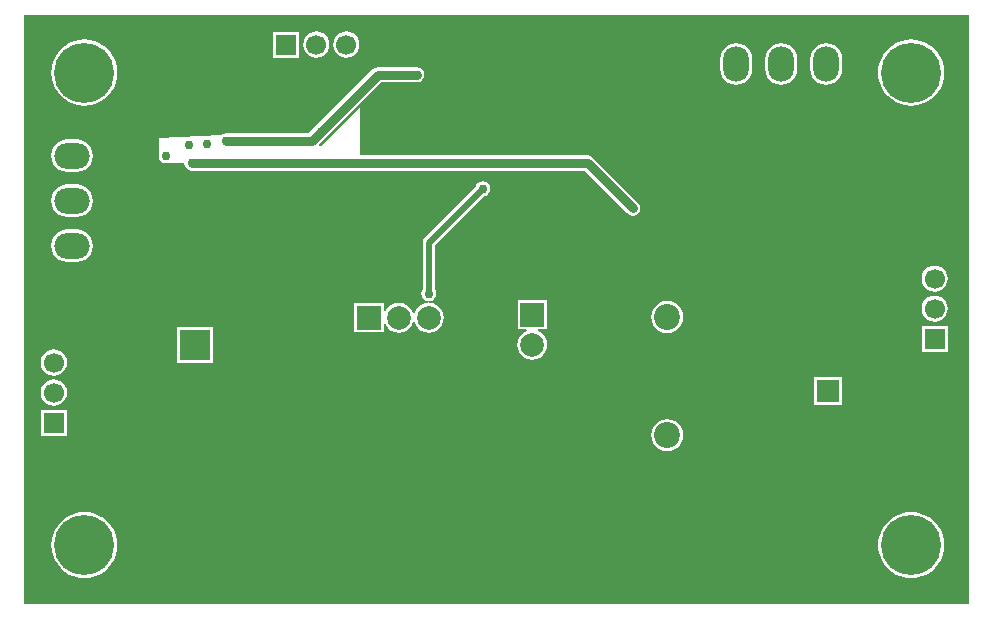
<source format=gbl>
G04*
G04 #@! TF.GenerationSoftware,Altium Limited,Altium Designer,20.1.10 (176)*
G04*
G04 Layer_Physical_Order=2*
G04 Layer_Color=16711680*
%FSLAX25Y25*%
%MOIN*%
G70*
G04*
G04 #@! TF.SameCoordinates,0441287F-5BD0-46D5-AAFD-36AB4F102E54*
G04*
G04*
G04 #@! TF.FilePolarity,Positive*
G04*
G01*
G75*
%ADD59C,0.03000*%
%ADD61C,0.02000*%
%ADD62C,0.06693*%
%ADD63R,0.06693X0.06693*%
%ADD64O,0.11811X0.08661*%
%ADD65O,0.08661X0.11811*%
%ADD66R,0.09843X0.09843*%
%ADD67C,0.09843*%
%ADD68R,0.06693X0.06693*%
%ADD69C,0.20000*%
%ADD70C,0.07874*%
%ADD71R,0.07874X0.07874*%
%ADD72C,0.08661*%
%ADD73C,0.07480*%
%ADD74R,0.07480X0.07480*%
%ADD75R,0.07874X0.07874*%
%ADD76C,0.03000*%
G36*
X314437Y-63D02*
X-563D01*
Y196437D01*
X314437D01*
Y-63D01*
D02*
G37*
%LPC*%
G36*
X91347Y190847D02*
X82653D01*
Y182153D01*
X91347D01*
Y190847D01*
D02*
G37*
G36*
X107000Y190884D02*
X105865Y190735D01*
X104808Y190297D01*
X103900Y189600D01*
X103203Y188692D01*
X102765Y187635D01*
X102616Y186500D01*
X102765Y185365D01*
X103203Y184308D01*
X103900Y183400D01*
X104808Y182703D01*
X105865Y182265D01*
X107000Y182116D01*
X108135Y182265D01*
X109192Y182703D01*
X110100Y183400D01*
X110797Y184308D01*
X111235Y185365D01*
X111384Y186500D01*
X111235Y187635D01*
X110797Y188692D01*
X110100Y189600D01*
X109192Y190297D01*
X108135Y190735D01*
X107000Y190884D01*
D02*
G37*
G36*
X97000D02*
X95865Y190735D01*
X94808Y190297D01*
X93900Y189600D01*
X93203Y188692D01*
X92765Y187635D01*
X92616Y186500D01*
X92765Y185365D01*
X93203Y184308D01*
X93900Y183400D01*
X94808Y182703D01*
X95865Y182265D01*
X97000Y182116D01*
X98135Y182265D01*
X99192Y182703D01*
X100100Y183400D01*
X100797Y184308D01*
X101235Y185365D01*
X101384Y186500D01*
X101235Y187635D01*
X100797Y188692D01*
X100100Y189600D01*
X99192Y190297D01*
X98135Y190735D01*
X97000Y190884D01*
D02*
G37*
G36*
X267000Y186951D02*
X265608Y186768D01*
X264312Y186231D01*
X263198Y185377D01*
X262344Y184263D01*
X261807Y182966D01*
X261623Y181575D01*
Y178425D01*
X261807Y177034D01*
X262344Y175737D01*
X263198Y174623D01*
X264312Y173769D01*
X265608Y173232D01*
X267000Y173048D01*
X268392Y173232D01*
X269688Y173769D01*
X270802Y174623D01*
X271656Y175737D01*
X272194Y177034D01*
X272377Y178425D01*
Y181575D01*
X272194Y182966D01*
X271656Y184263D01*
X270802Y185377D01*
X269688Y186231D01*
X268392Y186768D01*
X267000Y186951D01*
D02*
G37*
G36*
X252000D02*
X250608Y186768D01*
X249312Y186231D01*
X248198Y185377D01*
X247344Y184263D01*
X246807Y182966D01*
X246623Y181575D01*
Y178425D01*
X246807Y177034D01*
X247344Y175737D01*
X248198Y174623D01*
X249312Y173769D01*
X250608Y173232D01*
X252000Y173048D01*
X253392Y173232D01*
X254688Y173769D01*
X255802Y174623D01*
X256656Y175737D01*
X257193Y177034D01*
X257377Y178425D01*
Y181575D01*
X257193Y182966D01*
X256656Y184263D01*
X255802Y185377D01*
X254688Y186231D01*
X253392Y186768D01*
X252000Y186951D01*
D02*
G37*
G36*
X237000D02*
X235608Y186768D01*
X234312Y186231D01*
X233198Y185377D01*
X232344Y184263D01*
X231806Y182966D01*
X231623Y181575D01*
Y178425D01*
X231806Y177034D01*
X232344Y175737D01*
X233198Y174623D01*
X234312Y173769D01*
X235608Y173232D01*
X237000Y173048D01*
X238392Y173232D01*
X239688Y173769D01*
X240802Y174623D01*
X241656Y175737D01*
X242194Y177034D01*
X242377Y178425D01*
Y181575D01*
X242194Y182966D01*
X241656Y184263D01*
X240802Y185377D01*
X239688Y186231D01*
X238392Y186768D01*
X237000Y186951D01*
D02*
G37*
G36*
X295276Y188199D02*
X293549Y188064D01*
X291866Y187659D01*
X290266Y186997D01*
X288790Y186092D01*
X287473Y184968D01*
X286349Y183651D01*
X285444Y182175D01*
X284782Y180575D01*
X284377Y178892D01*
X284242Y177165D01*
X284377Y175439D01*
X284782Y173756D01*
X285444Y172156D01*
X286349Y170680D01*
X287473Y169363D01*
X288790Y168239D01*
X290266Y167334D01*
X291866Y166671D01*
X293549Y166267D01*
X295276Y166131D01*
X297002Y166267D01*
X298685Y166671D01*
X300285Y167334D01*
X301761Y168239D01*
X303078Y169363D01*
X304202Y170680D01*
X305107Y172156D01*
X305770Y173756D01*
X306174Y175439D01*
X306310Y177165D01*
X306174Y178892D01*
X305770Y180575D01*
X305107Y182175D01*
X304202Y183651D01*
X303078Y184968D01*
X301761Y186092D01*
X300285Y186997D01*
X298685Y187659D01*
X297002Y188064D01*
X295276Y188199D01*
D02*
G37*
G36*
X19685Y188199D02*
X17959Y188064D01*
X16275Y187659D01*
X14676Y186997D01*
X13199Y186092D01*
X11883Y184968D01*
X10758Y183651D01*
X9854Y182175D01*
X9191Y180575D01*
X8787Y178892D01*
X8651Y177165D01*
X8787Y175439D01*
X9191Y173756D01*
X9854Y172156D01*
X10758Y170680D01*
X11883Y169363D01*
X13199Y168239D01*
X14676Y167334D01*
X16275Y166671D01*
X17959Y166267D01*
X19685Y166131D01*
X21411Y166267D01*
X23095Y166671D01*
X24694Y167334D01*
X26171Y168239D01*
X27487Y169363D01*
X28612Y170680D01*
X29516Y172156D01*
X30179Y173756D01*
X30583Y175439D01*
X30719Y177165D01*
X30583Y178892D01*
X30179Y180575D01*
X29516Y182175D01*
X28612Y183651D01*
X27487Y184968D01*
X26171Y186092D01*
X24694Y186997D01*
X23095Y187659D01*
X21411Y188064D01*
X19685Y188199D01*
D02*
G37*
G36*
X17075Y154877D02*
X13925D01*
X12534Y154693D01*
X11237Y154156D01*
X10123Y153302D01*
X9269Y152188D01*
X8732Y150892D01*
X8548Y149500D01*
X8732Y148108D01*
X9269Y146812D01*
X10123Y145698D01*
X11237Y144844D01*
X12534Y144307D01*
X13925Y144123D01*
X17075D01*
X18466Y144307D01*
X19763Y144844D01*
X20877Y145698D01*
X21731Y146812D01*
X22268Y148108D01*
X22452Y149500D01*
X22268Y150892D01*
X21731Y152188D01*
X20877Y153302D01*
X19763Y154156D01*
X18466Y154693D01*
X17075Y154877D01*
D02*
G37*
G36*
X130500Y179049D02*
X117500D01*
X116525Y178855D01*
X115698Y178302D01*
X96698Y159302D01*
X94444Y157049D01*
X67000D01*
X66025Y156855D01*
X65198Y156302D01*
X44500Y155500D01*
Y149746D01*
X44451Y149500D01*
X44500Y149254D01*
Y148395D01*
X45895Y147000D01*
X46754D01*
X47000Y146951D01*
X47246Y147000D01*
X52951D01*
Y147436D01*
X53053Y147511D01*
X52951Y147000D01*
X53145Y146025D01*
X53698Y145198D01*
X54524Y144645D01*
X55500Y144451D01*
X186444D01*
X200698Y130198D01*
X201524Y129645D01*
X202500Y129451D01*
X203475Y129645D01*
X204302Y130198D01*
X204855Y131025D01*
X205049Y132000D01*
X204855Y132975D01*
X204302Y133802D01*
X189302Y148802D01*
X188476Y149355D01*
X187500Y149549D01*
X111500D01*
Y165500D01*
X98698Y152698D01*
X97956D01*
X97764Y153159D01*
X100302Y155698D01*
X118556Y173951D01*
X130500D01*
X131475Y174145D01*
X132302Y174698D01*
X132855Y175524D01*
X133049Y176500D01*
X132855Y177476D01*
X132302Y178302D01*
X131475Y178855D01*
X130500Y179049D01*
D02*
G37*
G36*
X17075Y139877D02*
X13925D01*
X12534Y139693D01*
X11237Y139156D01*
X10123Y138302D01*
X9269Y137188D01*
X8732Y135892D01*
X8548Y134500D01*
X8732Y133108D01*
X9269Y131812D01*
X10123Y130698D01*
X11237Y129844D01*
X12534Y129306D01*
X13925Y129123D01*
X17075D01*
X18466Y129306D01*
X19763Y129844D01*
X20877Y130698D01*
X21731Y131812D01*
X22268Y133108D01*
X22452Y134500D01*
X22268Y135892D01*
X21731Y137188D01*
X20877Y138302D01*
X19763Y139156D01*
X18466Y139693D01*
X17075Y139877D01*
D02*
G37*
G36*
Y124877D02*
X13925D01*
X12534Y124694D01*
X11237Y124156D01*
X10123Y123302D01*
X9269Y122188D01*
X8732Y120892D01*
X8548Y119500D01*
X8732Y118108D01*
X9269Y116812D01*
X10123Y115698D01*
X11237Y114844D01*
X12534Y114306D01*
X13925Y114123D01*
X17075D01*
X18466Y114306D01*
X19763Y114844D01*
X20877Y115698D01*
X21731Y116812D01*
X22268Y118108D01*
X22452Y119500D01*
X22268Y120892D01*
X21731Y122188D01*
X20877Y123302D01*
X19763Y124156D01*
X18466Y124694D01*
X17075Y124877D01*
D02*
G37*
G36*
X303150Y112809D02*
X302015Y112660D01*
X300958Y112222D01*
X300050Y111525D01*
X299353Y110617D01*
X298915Y109560D01*
X298766Y108425D01*
X298915Y107291D01*
X299353Y106233D01*
X300050Y105325D01*
X300958Y104629D01*
X302015Y104191D01*
X303150Y104041D01*
X304284Y104191D01*
X305342Y104629D01*
X306249Y105325D01*
X306946Y106233D01*
X307384Y107291D01*
X307534Y108425D01*
X307384Y109560D01*
X306946Y110617D01*
X306249Y111525D01*
X305342Y112222D01*
X304284Y112660D01*
X303150Y112809D01*
D02*
G37*
G36*
X152500Y141049D02*
X151524Y140855D01*
X150698Y140302D01*
X150145Y139476D01*
X150034Y138918D01*
X133058Y121942D01*
X132616Y121280D01*
X132461Y120500D01*
Y104948D01*
X132145Y104475D01*
X131951Y103500D01*
X132145Y102524D01*
X132698Y101698D01*
X133525Y101145D01*
X134126Y101025D01*
X134400Y100971D01*
X134384Y100464D01*
X134125Y100430D01*
X133211Y100310D01*
X132010Y99813D01*
X130979Y99021D01*
X130187Y97990D01*
X129771Y96983D01*
X129229D01*
X128813Y97990D01*
X128021Y99021D01*
X126990Y99813D01*
X125789Y100310D01*
X124500Y100480D01*
X123211Y100310D01*
X122010Y99813D01*
X120979Y99021D01*
X120187Y97990D01*
X119937Y97385D01*
X119437Y97484D01*
Y100437D01*
X109563D01*
Y90563D01*
X119437D01*
Y93515D01*
X119937Y93615D01*
X120187Y93010D01*
X120979Y91979D01*
X122010Y91188D01*
X123211Y90690D01*
X124500Y90520D01*
X125789Y90690D01*
X126990Y91188D01*
X128021Y91979D01*
X128813Y93010D01*
X129229Y94017D01*
X129771D01*
X130187Y93010D01*
X130979Y91979D01*
X132010Y91188D01*
X133211Y90690D01*
X134500Y90520D01*
X135789Y90690D01*
X136990Y91188D01*
X138021Y91979D01*
X138812Y93010D01*
X139310Y94211D01*
X139480Y95500D01*
X139310Y96789D01*
X138812Y97990D01*
X138021Y99021D01*
X136990Y99813D01*
X135789Y100310D01*
X134876Y100430D01*
X134616Y100464D01*
X134600Y100971D01*
X134873Y101025D01*
X135476Y101145D01*
X136302Y101698D01*
X136855Y102524D01*
X137049Y103500D01*
X136855Y104475D01*
X136539Y104948D01*
Y119655D01*
X152918Y136034D01*
X153475Y136145D01*
X154302Y136698D01*
X154855Y137524D01*
X155049Y138500D01*
X154855Y139476D01*
X154302Y140302D01*
X153475Y140855D01*
X152500Y141049D01*
D02*
G37*
G36*
X303150Y102809D02*
X302015Y102660D01*
X300958Y102222D01*
X300050Y101525D01*
X299353Y100617D01*
X298915Y99560D01*
X298766Y98425D01*
X298915Y97290D01*
X299353Y96233D01*
X300050Y95325D01*
X300958Y94629D01*
X302015Y94191D01*
X303150Y94041D01*
X304284Y94191D01*
X305342Y94629D01*
X306249Y95325D01*
X306946Y96233D01*
X307384Y97290D01*
X307534Y98425D01*
X307384Y99560D01*
X306946Y100617D01*
X306249Y101525D01*
X305342Y102222D01*
X304284Y102660D01*
X303150Y102809D01*
D02*
G37*
G36*
X214000Y101062D02*
X212608Y100879D01*
X211312Y100341D01*
X210198Y99487D01*
X209344Y98373D01*
X208806Y97077D01*
X208623Y95685D01*
X208806Y94293D01*
X209344Y92997D01*
X210198Y91883D01*
X211312Y91029D01*
X212608Y90491D01*
X214000Y90308D01*
X215392Y90491D01*
X216688Y91029D01*
X217802Y91883D01*
X218656Y92997D01*
X219194Y94293D01*
X219377Y95685D01*
X219194Y97077D01*
X218656Y98373D01*
X217802Y99487D01*
X216688Y100341D01*
X215392Y100879D01*
X214000Y101062D01*
D02*
G37*
G36*
X307496Y92772D02*
X298803D01*
Y84079D01*
X307496D01*
Y92772D01*
D02*
G37*
G36*
X173937Y101437D02*
X164063D01*
Y91563D01*
X167016D01*
X167115Y91063D01*
X166510Y90812D01*
X165479Y90021D01*
X164688Y88990D01*
X164190Y87789D01*
X164020Y86500D01*
X164190Y85211D01*
X164688Y84010D01*
X165479Y82979D01*
X166510Y82187D01*
X167711Y81690D01*
X169000Y81520D01*
X170289Y81690D01*
X171490Y82187D01*
X172521Y82979D01*
X173312Y84010D01*
X173810Y85211D01*
X173980Y86500D01*
X173810Y87789D01*
X173312Y88990D01*
X172521Y90021D01*
X171490Y90812D01*
X170885Y91063D01*
X170984Y91563D01*
X173937D01*
Y101437D01*
D02*
G37*
G36*
X62421Y92343D02*
X50579D01*
Y80500D01*
X62421D01*
Y92343D01*
D02*
G37*
G36*
X9500Y84884D02*
X8365Y84735D01*
X7308Y84297D01*
X6400Y83600D01*
X5703Y82692D01*
X5265Y81635D01*
X5116Y80500D01*
X5265Y79365D01*
X5703Y78308D01*
X6400Y77400D01*
X7308Y76703D01*
X8365Y76265D01*
X9500Y76116D01*
X10635Y76265D01*
X11692Y76703D01*
X12600Y77400D01*
X13297Y78308D01*
X13735Y79365D01*
X13884Y80500D01*
X13735Y81635D01*
X13297Y82692D01*
X12600Y83600D01*
X11692Y84297D01*
X10635Y84735D01*
X9500Y84884D01*
D02*
G37*
G36*
X272240Y75740D02*
X262760D01*
Y66260D01*
X272240D01*
Y75740D01*
D02*
G37*
G36*
X9500Y74884D02*
X8365Y74735D01*
X7308Y74297D01*
X6400Y73600D01*
X5703Y72692D01*
X5265Y71635D01*
X5116Y70500D01*
X5265Y69365D01*
X5703Y68308D01*
X6400Y67400D01*
X7308Y66703D01*
X8365Y66265D01*
X9500Y66116D01*
X10635Y66265D01*
X11692Y66703D01*
X12600Y67400D01*
X13297Y68308D01*
X13735Y69365D01*
X13884Y70500D01*
X13735Y71635D01*
X13297Y72692D01*
X12600Y73600D01*
X11692Y74297D01*
X10635Y74735D01*
X9500Y74884D01*
D02*
G37*
G36*
X13846Y64846D02*
X5153D01*
Y56154D01*
X13846D01*
Y64846D01*
D02*
G37*
G36*
X214000Y61692D02*
X212608Y61509D01*
X211312Y60971D01*
X210198Y60117D01*
X209344Y59003D01*
X208806Y57707D01*
X208623Y56315D01*
X208806Y54923D01*
X209344Y53627D01*
X210198Y52513D01*
X211312Y51659D01*
X212608Y51121D01*
X214000Y50938D01*
X215392Y51121D01*
X216688Y51659D01*
X217802Y52513D01*
X218656Y53627D01*
X219194Y54923D01*
X219377Y56315D01*
X219194Y57707D01*
X218656Y59003D01*
X217802Y60117D01*
X216688Y60971D01*
X215392Y61509D01*
X214000Y61692D01*
D02*
G37*
G36*
X295276Y30719D02*
X293549Y30583D01*
X291866Y30179D01*
X290266Y29516D01*
X288790Y28612D01*
X287473Y27487D01*
X286349Y26171D01*
X285444Y24694D01*
X284782Y23095D01*
X284378Y21411D01*
X284242Y19685D01*
X284378Y17959D01*
X284782Y16275D01*
X285444Y14676D01*
X286349Y13199D01*
X287473Y11883D01*
X288790Y10758D01*
X290266Y9854D01*
X291866Y9191D01*
X293549Y8787D01*
X295276Y8651D01*
X297002Y8787D01*
X298685Y9191D01*
X300285Y9854D01*
X301761Y10758D01*
X303078Y11883D01*
X304202Y13199D01*
X305107Y14676D01*
X305770Y16275D01*
X306174Y17959D01*
X306310Y19685D01*
X306174Y21411D01*
X305770Y23095D01*
X305107Y24694D01*
X304202Y26171D01*
X303078Y27487D01*
X301761Y28612D01*
X300285Y29516D01*
X298685Y30179D01*
X297002Y30583D01*
X295276Y30719D01*
D02*
G37*
G36*
X19685D02*
X17959Y30583D01*
X16275Y30179D01*
X14676Y29516D01*
X13199Y28612D01*
X11883Y27487D01*
X10758Y26171D01*
X9854Y24694D01*
X9191Y23095D01*
X8787Y21411D01*
X8651Y19685D01*
X8787Y17959D01*
X9191Y16275D01*
X9854Y14676D01*
X10758Y13199D01*
X11883Y11883D01*
X13199Y10758D01*
X14676Y9854D01*
X16275Y9191D01*
X17959Y8787D01*
X19685Y8651D01*
X21411Y8787D01*
X23095Y9191D01*
X24694Y9854D01*
X26171Y10758D01*
X27487Y11883D01*
X28612Y13199D01*
X29516Y14676D01*
X30179Y16275D01*
X30583Y17959D01*
X30719Y19685D01*
X30583Y21411D01*
X30179Y23095D01*
X29516Y24694D01*
X28612Y26171D01*
X27487Y27487D01*
X26171Y28612D01*
X24694Y29516D01*
X23095Y30179D01*
X21411Y30583D01*
X19685Y30719D01*
D02*
G37*
%LPD*%
D59*
X55500Y147000D02*
X187500D01*
X202500Y132000D01*
X98500Y157500D02*
X117500Y176500D01*
X130500D01*
X67000Y154500D02*
X95500D01*
X98500Y157500D01*
D61*
X134500Y103500D02*
Y120500D01*
X152500Y138500D01*
D62*
X107000Y186500D02*
D03*
X97000D02*
D03*
X187000Y16500D02*
D03*
X177000D02*
D03*
X303150Y98425D02*
D03*
Y108425D02*
D03*
X9500Y70500D02*
D03*
Y80500D02*
D03*
X150500Y188500D02*
D03*
X140500D02*
D03*
X101000Y16500D02*
D03*
X91000D02*
D03*
D63*
X87000Y186500D02*
D03*
X197000Y16500D02*
D03*
X160500Y188500D02*
D03*
X111000Y16500D02*
D03*
D64*
X15500Y134500D02*
D03*
Y119500D02*
D03*
Y149500D02*
D03*
D65*
X145000Y17000D02*
D03*
X130000D02*
D03*
X160000D02*
D03*
X252000Y180000D02*
D03*
X267000D02*
D03*
X237000D02*
D03*
D66*
X56500Y86421D02*
D03*
D67*
Y56500D02*
D03*
D68*
X303150Y88425D02*
D03*
X9500Y60500D02*
D03*
D69*
X19685Y19685D02*
D03*
X295276Y177165D02*
D03*
X19685Y177165D02*
D03*
X295276Y19685D02*
D03*
D70*
X124500Y95500D02*
D03*
X134500D02*
D03*
X169000Y86500D02*
D03*
Y76500D02*
D03*
D71*
X114500Y95500D02*
D03*
D72*
X214000Y95685D02*
D03*
Y56315D02*
D03*
D73*
X267500Y50000D02*
D03*
D74*
Y71000D02*
D03*
D75*
X169000Y96500D02*
D03*
D76*
X134500Y103500D02*
D03*
X152500Y138500D02*
D03*
X89500Y141000D02*
D03*
X86000Y117500D02*
D03*
X74000Y118000D02*
D03*
X67500Y117500D02*
D03*
X86500Y125500D02*
D03*
X75500Y126000D02*
D03*
X68000Y126500D02*
D03*
X146500Y181000D02*
D03*
X159500D02*
D03*
X153000D02*
D03*
X202500Y132000D02*
D03*
X130500Y176500D02*
D03*
X98500Y157500D02*
D03*
X47000Y149500D02*
D03*
X67000Y154500D02*
D03*
X55500Y147000D02*
D03*
X54500Y153000D02*
D03*
X60500Y153500D02*
D03*
M02*

</source>
